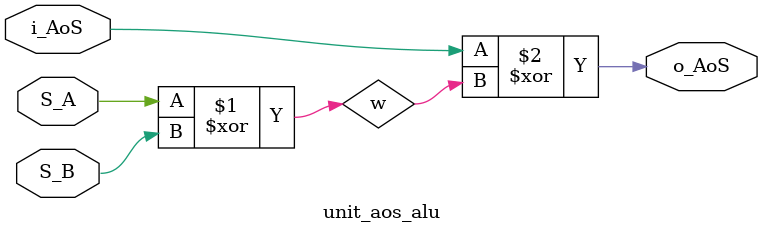
<source format=sv>
module unit_aos_alu(
    input   logic S_A, S_B, i_AoS,
    output  logic o_AoS
  );
  logic w;
  xor g1 (w       , S_A   , S_B);
  xor g2 (o_AoS   , i_AoS , w);
endmodule

</source>
